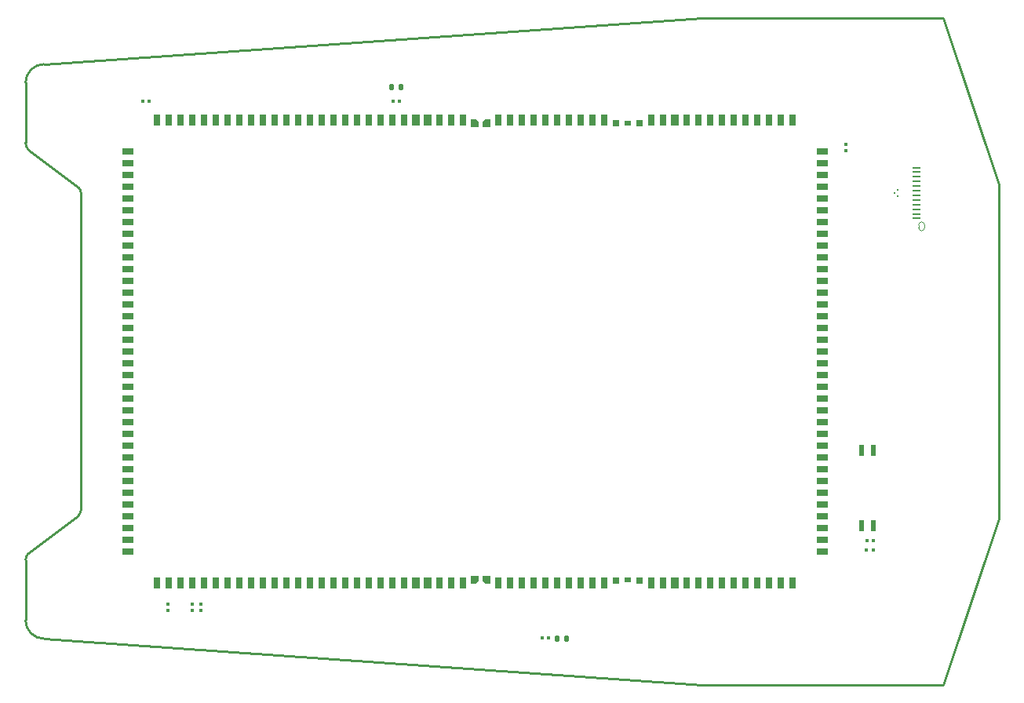
<source format=gbr>
G04 #@! TF.GenerationSoftware,KiCad,Pcbnew,8.0.1-8.0.1-1~ubuntu22.04.1*
G04 #@! TF.CreationDate,2024-03-31T08:55:46-05:00*
G04 #@! TF.ProjectId,controller,636f6e74-726f-46c6-9c65-722e6b696361,rev?*
G04 #@! TF.SameCoordinates,Original*
G04 #@! TF.FileFunction,Paste,Bot*
G04 #@! TF.FilePolarity,Positive*
%FSLAX46Y46*%
G04 Gerber Fmt 4.6, Leading zero omitted, Abs format (unit mm)*
G04 Created by KiCad (PCBNEW 8.0.1-8.0.1-1~ubuntu22.04.1) date 2024-03-31 08:55:46*
%MOMM*%
%LPD*%
G01*
G04 APERTURE LIST*
G04 Aperture macros list*
%AMRoundRect*
0 Rectangle with rounded corners*
0 $1 Rounding radius*
0 $2 $3 $4 $5 $6 $7 $8 $9 X,Y pos of 4 corners*
0 Add a 4 corners polygon primitive as box body*
4,1,4,$2,$3,$4,$5,$6,$7,$8,$9,$2,$3,0*
0 Add four circle primitives for the rounded corners*
1,1,$1+$1,$2,$3*
1,1,$1+$1,$4,$5*
1,1,$1+$1,$6,$7*
1,1,$1+$1,$8,$9*
0 Add four rect primitives between the rounded corners*
20,1,$1+$1,$2,$3,$4,$5,0*
20,1,$1+$1,$4,$5,$6,$7,0*
20,1,$1+$1,$6,$7,$8,$9,0*
20,1,$1+$1,$8,$9,$2,$3,0*%
%AMOutline5P*
0 Free polygon, 5 corners , with rotation*
0 The origin of the aperture is its center*
0 number of corners: always 5*
0 $1 to $10 corner X, Y*
0 $11 Rotation angle, in degrees counterclockwise*
0 create outline with 5 corners*
4,1,5,$1,$2,$3,$4,$5,$6,$7,$8,$9,$10,$1,$2,$11*%
%AMOutline6P*
0 Free polygon, 6 corners , with rotation*
0 The origin of the aperture is its center*
0 number of corners: always 6*
0 $1 to $12 corner X, Y*
0 $13 Rotation angle, in degrees counterclockwise*
0 create outline with 6 corners*
4,1,6,$1,$2,$3,$4,$5,$6,$7,$8,$9,$10,$11,$12,$1,$2,$13*%
%AMOutline7P*
0 Free polygon, 7 corners , with rotation*
0 The origin of the aperture is its center*
0 number of corners: always 7*
0 $1 to $14 corner X, Y*
0 $15 Rotation angle, in degrees counterclockwise*
0 create outline with 7 corners*
4,1,7,$1,$2,$3,$4,$5,$6,$7,$8,$9,$10,$11,$12,$13,$14,$1,$2,$15*%
%AMOutline8P*
0 Free polygon, 8 corners , with rotation*
0 The origin of the aperture is its center*
0 number of corners: always 8*
0 $1 to $16 corner X, Y*
0 $17 Rotation angle, in degrees counterclockwise*
0 create outline with 8 corners*
4,1,8,$1,$2,$3,$4,$5,$6,$7,$8,$9,$10,$11,$12,$13,$14,$15,$16,$1,$2,$17*%
%AMFreePoly0*
4,1,5,0.400000,-0.600000,-0.400000,-0.600000,-0.400000,0.600000,0.400000,0.600000,0.400000,-0.600000,0.400000,-0.600000,$1*%
G04 Aperture macros list end*
%ADD10R,0.800000X1.200000*%
%ADD11FreePoly0,0.000000*%
%ADD12Outline5P,-0.400000X0.400000X0.120000X0.400000X0.400000X0.120000X0.400000X-0.400000X-0.400000X-0.400000X0.000000*%
%ADD13Outline5P,-0.400000X0.120000X-0.120000X0.400000X0.400000X0.400000X0.400000X-0.400000X-0.400000X-0.400000X0.000000*%
%ADD14R,0.800000X0.700000*%
%ADD15R,0.800000X0.600000*%
%ADD16R,1.200000X0.800000*%
%ADD17R,0.800000X0.800000*%
%ADD18Outline5P,-0.400000X0.400000X0.400000X0.400000X0.400000X-0.400000X-0.120000X-0.400000X-0.400000X-0.120000X0.000000*%
%ADD19Outline5P,-0.400000X0.400000X0.400000X0.400000X0.400000X-0.120000X0.120000X-0.400000X-0.400000X-0.400000X0.000000*%
%ADD20RoundRect,0.079500X0.079500X0.100500X-0.079500X0.100500X-0.079500X-0.100500X0.079500X-0.100500X0*%
%ADD21RoundRect,0.079500X0.100500X-0.079500X0.100500X0.079500X-0.100500X0.079500X-0.100500X-0.079500X0*%
%ADD22RoundRect,0.079500X-0.100500X0.079500X-0.100500X-0.079500X0.100500X-0.079500X0.100500X0.079500X0*%
%ADD23RoundRect,0.147500X0.147500X0.172500X-0.147500X0.172500X-0.147500X-0.172500X0.147500X-0.172500X0*%
%ADD24R,0.200000X0.200000*%
%ADD25RoundRect,0.135000X-0.135000X-0.185000X0.135000X-0.185000X0.135000X0.185000X-0.135000X0.185000X0*%
%ADD26R,0.880000X0.280000*%
%ADD27R,0.508000X1.219200*%
%ADD28RoundRect,0.079500X-0.079500X-0.100500X0.079500X-0.100500X0.079500X0.100500X-0.079500X0.100500X0*%
G04 #@! TA.AperFunction,Profile*
%ADD29C,0.254000*%
G04 #@! TD*
G04 #@! TA.AperFunction,Profile*
%ADD30C,0.010000*%
G04 #@! TD*
G04 APERTURE END LIST*
D10*
X97210000Y-75000000D03*
X98480000Y-75000000D03*
X99750000Y-75000000D03*
X101020000Y-75000000D03*
X102290000Y-75000000D03*
X103560000Y-75000000D03*
X104830000Y-75000000D03*
X106100000Y-75000000D03*
X107370000Y-75000000D03*
X108640000Y-75000000D03*
X109910000Y-75000000D03*
X111180000Y-75000000D03*
X112450000Y-75000000D03*
X113720000Y-75000000D03*
X114990000Y-75000000D03*
X116260000Y-75000000D03*
X117530000Y-75000000D03*
X118800000Y-75000000D03*
X120070000Y-75000000D03*
X121340000Y-75000000D03*
X122610000Y-75000000D03*
X123880000Y-75000000D03*
D11*
X125150000Y-75000000D03*
X126420000Y-75000000D03*
D10*
X127690000Y-75000000D03*
X128960000Y-75000000D03*
X130230000Y-75000000D03*
D12*
X131500000Y-75400000D03*
D13*
X132770000Y-75400000D03*
D10*
X134040000Y-75000000D03*
X135310000Y-75000000D03*
X136580000Y-75000000D03*
X137850000Y-75000000D03*
X139120000Y-75000000D03*
X140390000Y-75000000D03*
X141660000Y-75000000D03*
X142930000Y-75000000D03*
X144200000Y-75000000D03*
X145470000Y-75000000D03*
D14*
X146740000Y-75350000D03*
D15*
X148010000Y-75400000D03*
D14*
X149280000Y-75340000D03*
D10*
X150550000Y-75000000D03*
X151820000Y-75000000D03*
D11*
X153090000Y-75000000D03*
D10*
X154360000Y-75000000D03*
X155630000Y-75000000D03*
X156900000Y-75000000D03*
X158170000Y-75000000D03*
X159440000Y-75000000D03*
X160710000Y-75000000D03*
X161980000Y-75000000D03*
X163250000Y-75000000D03*
X164520000Y-75000000D03*
X165790000Y-75000000D03*
D16*
X169000000Y-78410000D03*
X169000000Y-79680000D03*
X169000000Y-80950000D03*
X169000000Y-82220000D03*
X169000000Y-83490000D03*
X169000000Y-84760000D03*
X169000000Y-86030000D03*
X169000000Y-87300000D03*
X169000000Y-88570000D03*
X169000000Y-89840000D03*
X169000000Y-91110000D03*
X169000000Y-92380000D03*
X169000000Y-93650000D03*
X169000000Y-94920000D03*
X169000000Y-96190000D03*
X169000000Y-97460000D03*
X169000000Y-98730000D03*
X169000000Y-100000000D03*
X169000000Y-101270000D03*
X169000000Y-102540000D03*
X169000000Y-103810000D03*
X169000000Y-105080000D03*
X169000000Y-106350000D03*
X169000000Y-107620000D03*
X169000000Y-108890000D03*
X169000000Y-110160000D03*
X169000000Y-111430000D03*
X169000000Y-112700000D03*
X169000000Y-113970000D03*
X169000000Y-115240000D03*
X169000000Y-116510000D03*
X169000000Y-117780000D03*
X169000000Y-119050000D03*
X169000000Y-120320000D03*
X169000000Y-121590000D03*
D10*
X165790000Y-125000000D03*
X164520000Y-125000000D03*
X163250000Y-125000000D03*
X161980000Y-125000000D03*
X160710000Y-125000000D03*
X159440000Y-125000000D03*
X158170000Y-125000000D03*
X156900000Y-125000000D03*
X155630000Y-125000000D03*
X154360000Y-125000000D03*
D11*
X153090000Y-125000000D03*
D10*
X151820000Y-125000000D03*
X150550000Y-125000000D03*
D17*
X149280000Y-124700000D03*
D15*
X148010000Y-124600000D03*
D17*
X146740000Y-124700000D03*
D10*
X145470000Y-125000000D03*
X144200000Y-125000000D03*
X142930000Y-125000000D03*
X141660000Y-125000000D03*
X140390000Y-125000000D03*
X139120000Y-125000000D03*
X137850000Y-125000000D03*
X136580000Y-125000000D03*
X135310000Y-125000000D03*
X134040000Y-125000000D03*
D18*
X132770000Y-124600000D03*
D19*
X131500000Y-124600000D03*
D10*
X130230000Y-125000000D03*
X128960000Y-125000000D03*
X127690000Y-125000000D03*
D11*
X126420000Y-125000000D03*
X125150000Y-125000000D03*
D10*
X123880000Y-125000000D03*
X122610000Y-125000000D03*
X121340000Y-125000000D03*
X120070000Y-125000000D03*
X118800000Y-125000000D03*
X117530000Y-125000000D03*
X116260000Y-125000000D03*
X114990000Y-125000000D03*
X113720000Y-125000000D03*
X112450000Y-125000000D03*
X111180000Y-125000000D03*
X109910000Y-125000000D03*
X108640000Y-125000000D03*
X107370000Y-125000000D03*
X106100000Y-125000000D03*
X104830000Y-125000000D03*
X103560000Y-125000000D03*
X102290000Y-125000000D03*
X101020000Y-125000000D03*
X99750000Y-125000000D03*
X98480000Y-125000000D03*
X97210000Y-125000000D03*
D16*
X94000000Y-121590000D03*
X94000000Y-120320000D03*
X94000000Y-119050000D03*
X94000000Y-117780000D03*
X94000000Y-116510000D03*
X94000000Y-115240000D03*
X94000000Y-113970000D03*
X94000000Y-112700000D03*
X94000000Y-111430000D03*
X94000000Y-110160000D03*
X94000000Y-108890000D03*
X94000000Y-107620000D03*
X94000000Y-106350000D03*
X94000000Y-105080000D03*
X94000000Y-103810000D03*
X94000000Y-102540000D03*
X94000000Y-101270000D03*
X94000000Y-100000000D03*
X94000000Y-98730000D03*
X94000000Y-97460000D03*
X94000000Y-96190000D03*
X94000000Y-94920000D03*
X94000000Y-93650000D03*
X94000000Y-92380000D03*
X94000000Y-91110000D03*
X94000000Y-89840000D03*
X94000000Y-88570000D03*
X94000000Y-87300000D03*
X94000000Y-86030000D03*
X94000000Y-84760000D03*
X94000000Y-83490000D03*
X94000000Y-82220000D03*
X94000000Y-80950000D03*
X94000000Y-79680000D03*
X94000000Y-78410000D03*
D20*
X96345000Y-73000000D03*
X95655000Y-73000000D03*
D21*
X171500000Y-78305000D03*
X171500000Y-77615000D03*
D20*
X139445000Y-130900000D03*
X138755000Y-130900000D03*
D22*
X98400000Y-127255000D03*
X98400000Y-127945000D03*
X101000000Y-127255000D03*
X101000000Y-127945000D03*
D20*
X174445000Y-121400000D03*
X173755000Y-121400000D03*
D23*
X123485000Y-71500000D03*
X122515000Y-71500000D03*
D24*
X176769000Y-82900000D03*
X177069000Y-82560000D03*
X177069000Y-83240000D03*
D22*
X101900000Y-127255000D03*
X101900000Y-127945000D03*
D25*
X140390001Y-131000000D03*
X141409999Y-131000000D03*
D26*
X179119000Y-80150000D03*
X179119000Y-80650000D03*
X179119000Y-81150000D03*
X179119000Y-81650000D03*
X179119000Y-82150000D03*
X179119000Y-82650000D03*
X179119000Y-83150000D03*
X179119000Y-83650000D03*
X179119000Y-84150000D03*
X179119000Y-84650000D03*
X179119000Y-85150000D03*
X179119000Y-85650000D03*
D20*
X174465000Y-120400000D03*
X173775000Y-120400000D03*
D27*
X174470000Y-118828000D03*
X173200000Y-118828000D03*
X173200000Y-110700000D03*
X174470000Y-110700000D03*
D28*
X122655000Y-73000000D03*
X123345000Y-73000000D03*
D29*
X83000000Y-71000000D02*
G75*
G02*
X85000000Y-69000000I2000000J0D01*
G01*
X156000000Y-136000000D02*
X85000000Y-131000000D01*
X88707107Y-82292893D02*
G75*
G02*
X89000000Y-83000000I-707107J-707107D01*
G01*
X188000000Y-118000000D02*
X188000000Y-82000000D01*
X89000000Y-117000000D02*
G75*
G02*
X88707107Y-117707107I-1000000J0D01*
G01*
X182000000Y-64000000D02*
X188000000Y-82000000D01*
X182000000Y-64000000D02*
X156000000Y-64000000D01*
X89000000Y-83000000D02*
X89000000Y-117000000D01*
X83000000Y-122500000D02*
X83000000Y-129000000D01*
X188000000Y-118000000D02*
X182000000Y-136000000D01*
X83292893Y-78207107D02*
G75*
G02*
X83000000Y-77500000I707107J707107D01*
G01*
X88707107Y-82292893D02*
X83292893Y-78207107D01*
X156000000Y-64000000D02*
X85000000Y-69000000D01*
X88707107Y-117707107D02*
X83292893Y-121792893D01*
X83000000Y-77500000D02*
X83000000Y-71000000D01*
X83000000Y-122500000D02*
G75*
G02*
X83292893Y-121792893I1000000J0D01*
G01*
X85000000Y-131000000D02*
G75*
G02*
X83000000Y-129000000I0J2000000D01*
G01*
X156000000Y-136000000D02*
X182000000Y-136000000D01*
D30*
X179354000Y-86650000D02*
X179354000Y-86350000D01*
X180004000Y-86350000D02*
X180004000Y-86650000D01*
X179354000Y-86350000D02*
G75*
G02*
X179679000Y-86025000I325000J0D01*
G01*
X179679000Y-86025000D02*
G75*
G02*
X180004000Y-86350000I0J-325000D01*
G01*
X179679000Y-86975000D02*
G75*
G02*
X179354000Y-86650000I0J325000D01*
G01*
X180004000Y-86650000D02*
G75*
G02*
X179679000Y-86975000I-325000J0D01*
G01*
M02*

</source>
